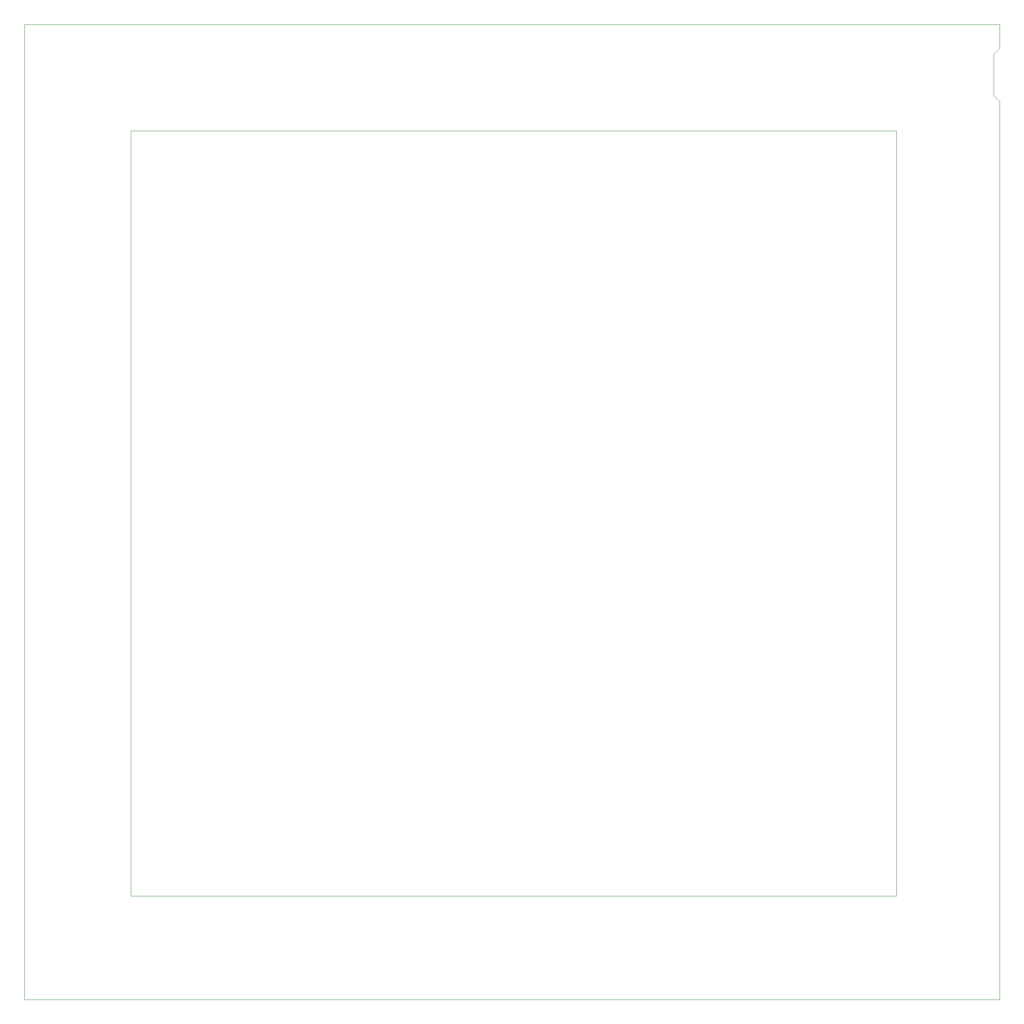
<source format=gbr>
%TF.GenerationSoftware,KiCad,Pcbnew,8.0.0~rc2*%
%TF.CreationDate,2024-02-15T20:21:27+01:00*%
%TF.ProjectId,MFD,4d46442e-6b69-4636-9164-5f7063625858,rev?*%
%TF.SameCoordinates,Original*%
%TF.FileFunction,Profile,NP*%
%FSLAX46Y46*%
G04 Gerber Fmt 4.6, Leading zero omitted, Abs format (unit mm)*
G04 Created by KiCad (PCBNEW 8.0.0~rc2) date 2024-02-15 20:21:27*
%MOMM*%
%LPD*%
G01*
G04 APERTURE LIST*
%TA.AperFunction,Profile*%
%ADD10C,0.050000*%
%TD*%
G04 APERTURE END LIST*
D10*
X80984999Y-63635002D02*
X245449999Y-63635002D01*
X245449999Y-228100002D01*
X80984999Y-228100002D01*
X80984999Y-63635002D01*
X267674999Y-45855002D02*
X266404999Y-47125002D01*
X266404999Y-56015002D01*
X267674999Y-57285002D01*
X267674999Y-250325002D01*
X58124999Y-250325002D01*
X58124999Y-40775002D01*
X267674999Y-40775002D01*
X267674999Y-45855002D01*
M02*

</source>
